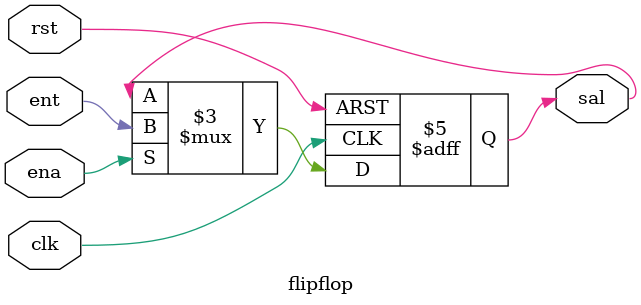
<source format=sv>
`timescale 1ns / 1ps

module flipflop(
    input logic clk,
    input logic rst, 
    input logic ena,
    input logic ent,
    output logic sal
);

always_ff @(posedge clk, posedge rst) begin
    if(rst) begin
        sal = 0;
    end else if(ena) begin
        sal = ent;
    end
end
endmodule
</source>
